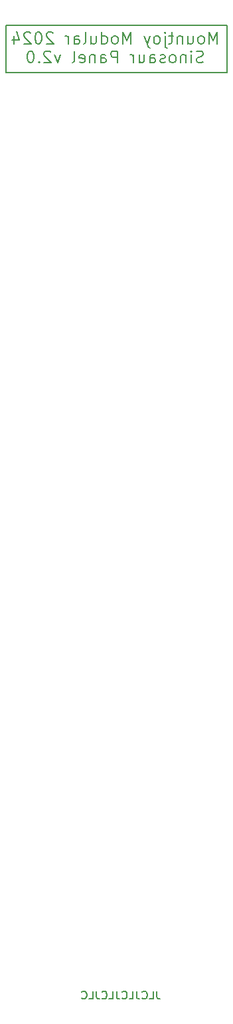
<source format=gbr>
%TF.GenerationSoftware,KiCad,Pcbnew,8.0.5*%
%TF.CreationDate,2025-01-09T11:38:12+00:00*%
%TF.ProjectId,Spectralist_Panel,53706563-7472-4616-9c69-73745f50616e,rev?*%
%TF.SameCoordinates,Original*%
%TF.FileFunction,Legend,Bot*%
%TF.FilePolarity,Positive*%
%FSLAX46Y46*%
G04 Gerber Fmt 4.6, Leading zero omitted, Abs format (unit mm)*
G04 Created by KiCad (PCBNEW 8.0.5) date 2025-01-09 11:38:12*
%MOMM*%
%LPD*%
G01*
G04 APERTURE LIST*
%ADD10C,0.150000*%
%ADD11C,0.200000*%
G04 APERTURE END LIST*
D10*
X115900000Y-41600000D02*
X144100000Y-41600000D01*
X144100000Y-47600000D01*
X115900000Y-47600000D01*
X115900000Y-41600000D01*
X135119048Y-164454819D02*
X135119048Y-165169104D01*
X135119048Y-165169104D02*
X135166667Y-165311961D01*
X135166667Y-165311961D02*
X135261905Y-165407200D01*
X135261905Y-165407200D02*
X135404762Y-165454819D01*
X135404762Y-165454819D02*
X135500000Y-165454819D01*
X134166667Y-165454819D02*
X134642857Y-165454819D01*
X134642857Y-165454819D02*
X134642857Y-164454819D01*
X133261905Y-165359580D02*
X133309524Y-165407200D01*
X133309524Y-165407200D02*
X133452381Y-165454819D01*
X133452381Y-165454819D02*
X133547619Y-165454819D01*
X133547619Y-165454819D02*
X133690476Y-165407200D01*
X133690476Y-165407200D02*
X133785714Y-165311961D01*
X133785714Y-165311961D02*
X133833333Y-165216723D01*
X133833333Y-165216723D02*
X133880952Y-165026247D01*
X133880952Y-165026247D02*
X133880952Y-164883390D01*
X133880952Y-164883390D02*
X133833333Y-164692914D01*
X133833333Y-164692914D02*
X133785714Y-164597676D01*
X133785714Y-164597676D02*
X133690476Y-164502438D01*
X133690476Y-164502438D02*
X133547619Y-164454819D01*
X133547619Y-164454819D02*
X133452381Y-164454819D01*
X133452381Y-164454819D02*
X133309524Y-164502438D01*
X133309524Y-164502438D02*
X133261905Y-164550057D01*
X132547619Y-164454819D02*
X132547619Y-165169104D01*
X132547619Y-165169104D02*
X132595238Y-165311961D01*
X132595238Y-165311961D02*
X132690476Y-165407200D01*
X132690476Y-165407200D02*
X132833333Y-165454819D01*
X132833333Y-165454819D02*
X132928571Y-165454819D01*
X131595238Y-165454819D02*
X132071428Y-165454819D01*
X132071428Y-165454819D02*
X132071428Y-164454819D01*
X130690476Y-165359580D02*
X130738095Y-165407200D01*
X130738095Y-165407200D02*
X130880952Y-165454819D01*
X130880952Y-165454819D02*
X130976190Y-165454819D01*
X130976190Y-165454819D02*
X131119047Y-165407200D01*
X131119047Y-165407200D02*
X131214285Y-165311961D01*
X131214285Y-165311961D02*
X131261904Y-165216723D01*
X131261904Y-165216723D02*
X131309523Y-165026247D01*
X131309523Y-165026247D02*
X131309523Y-164883390D01*
X131309523Y-164883390D02*
X131261904Y-164692914D01*
X131261904Y-164692914D02*
X131214285Y-164597676D01*
X131214285Y-164597676D02*
X131119047Y-164502438D01*
X131119047Y-164502438D02*
X130976190Y-164454819D01*
X130976190Y-164454819D02*
X130880952Y-164454819D01*
X130880952Y-164454819D02*
X130738095Y-164502438D01*
X130738095Y-164502438D02*
X130690476Y-164550057D01*
X129976190Y-164454819D02*
X129976190Y-165169104D01*
X129976190Y-165169104D02*
X130023809Y-165311961D01*
X130023809Y-165311961D02*
X130119047Y-165407200D01*
X130119047Y-165407200D02*
X130261904Y-165454819D01*
X130261904Y-165454819D02*
X130357142Y-165454819D01*
X129023809Y-165454819D02*
X129499999Y-165454819D01*
X129499999Y-165454819D02*
X129499999Y-164454819D01*
X128119047Y-165359580D02*
X128166666Y-165407200D01*
X128166666Y-165407200D02*
X128309523Y-165454819D01*
X128309523Y-165454819D02*
X128404761Y-165454819D01*
X128404761Y-165454819D02*
X128547618Y-165407200D01*
X128547618Y-165407200D02*
X128642856Y-165311961D01*
X128642856Y-165311961D02*
X128690475Y-165216723D01*
X128690475Y-165216723D02*
X128738094Y-165026247D01*
X128738094Y-165026247D02*
X128738094Y-164883390D01*
X128738094Y-164883390D02*
X128690475Y-164692914D01*
X128690475Y-164692914D02*
X128642856Y-164597676D01*
X128642856Y-164597676D02*
X128547618Y-164502438D01*
X128547618Y-164502438D02*
X128404761Y-164454819D01*
X128404761Y-164454819D02*
X128309523Y-164454819D01*
X128309523Y-164454819D02*
X128166666Y-164502438D01*
X128166666Y-164502438D02*
X128119047Y-164550057D01*
X127404761Y-164454819D02*
X127404761Y-165169104D01*
X127404761Y-165169104D02*
X127452380Y-165311961D01*
X127452380Y-165311961D02*
X127547618Y-165407200D01*
X127547618Y-165407200D02*
X127690475Y-165454819D01*
X127690475Y-165454819D02*
X127785713Y-165454819D01*
X126452380Y-165454819D02*
X126928570Y-165454819D01*
X126928570Y-165454819D02*
X126928570Y-164454819D01*
X125547618Y-165359580D02*
X125595237Y-165407200D01*
X125595237Y-165407200D02*
X125738094Y-165454819D01*
X125738094Y-165454819D02*
X125833332Y-165454819D01*
X125833332Y-165454819D02*
X125976189Y-165407200D01*
X125976189Y-165407200D02*
X126071427Y-165311961D01*
X126071427Y-165311961D02*
X126119046Y-165216723D01*
X126119046Y-165216723D02*
X126166665Y-165026247D01*
X126166665Y-165026247D02*
X126166665Y-164883390D01*
X126166665Y-164883390D02*
X126119046Y-164692914D01*
X126119046Y-164692914D02*
X126071427Y-164597676D01*
X126071427Y-164597676D02*
X125976189Y-164502438D01*
X125976189Y-164502438D02*
X125833332Y-164454819D01*
X125833332Y-164454819D02*
X125738094Y-164454819D01*
X125738094Y-164454819D02*
X125595237Y-164502438D01*
X125595237Y-164502438D02*
X125547618Y-164550057D01*
D11*
X142799999Y-43976070D02*
X142799999Y-42476070D01*
X142799999Y-42476070D02*
X142299999Y-43547499D01*
X142299999Y-43547499D02*
X141799999Y-42476070D01*
X141799999Y-42476070D02*
X141799999Y-43976070D01*
X140871427Y-43976070D02*
X141014284Y-43904642D01*
X141014284Y-43904642D02*
X141085713Y-43833213D01*
X141085713Y-43833213D02*
X141157141Y-43690356D01*
X141157141Y-43690356D02*
X141157141Y-43261784D01*
X141157141Y-43261784D02*
X141085713Y-43118927D01*
X141085713Y-43118927D02*
X141014284Y-43047499D01*
X141014284Y-43047499D02*
X140871427Y-42976070D01*
X140871427Y-42976070D02*
X140657141Y-42976070D01*
X140657141Y-42976070D02*
X140514284Y-43047499D01*
X140514284Y-43047499D02*
X140442856Y-43118927D01*
X140442856Y-43118927D02*
X140371427Y-43261784D01*
X140371427Y-43261784D02*
X140371427Y-43690356D01*
X140371427Y-43690356D02*
X140442856Y-43833213D01*
X140442856Y-43833213D02*
X140514284Y-43904642D01*
X140514284Y-43904642D02*
X140657141Y-43976070D01*
X140657141Y-43976070D02*
X140871427Y-43976070D01*
X139085713Y-42976070D02*
X139085713Y-43976070D01*
X139728570Y-42976070D02*
X139728570Y-43761784D01*
X139728570Y-43761784D02*
X139657141Y-43904642D01*
X139657141Y-43904642D02*
X139514284Y-43976070D01*
X139514284Y-43976070D02*
X139299998Y-43976070D01*
X139299998Y-43976070D02*
X139157141Y-43904642D01*
X139157141Y-43904642D02*
X139085713Y-43833213D01*
X138371427Y-42976070D02*
X138371427Y-43976070D01*
X138371427Y-43118927D02*
X138299998Y-43047499D01*
X138299998Y-43047499D02*
X138157141Y-42976070D01*
X138157141Y-42976070D02*
X137942855Y-42976070D01*
X137942855Y-42976070D02*
X137799998Y-43047499D01*
X137799998Y-43047499D02*
X137728570Y-43190356D01*
X137728570Y-43190356D02*
X137728570Y-43976070D01*
X137228569Y-42976070D02*
X136657141Y-42976070D01*
X137014284Y-42476070D02*
X137014284Y-43761784D01*
X137014284Y-43761784D02*
X136942855Y-43904642D01*
X136942855Y-43904642D02*
X136799998Y-43976070D01*
X136799998Y-43976070D02*
X136657141Y-43976070D01*
X136157141Y-42976070D02*
X136157141Y-44261784D01*
X136157141Y-44261784D02*
X136228569Y-44404642D01*
X136228569Y-44404642D02*
X136371426Y-44476070D01*
X136371426Y-44476070D02*
X136442855Y-44476070D01*
X136157141Y-42476070D02*
X136228569Y-42547499D01*
X136228569Y-42547499D02*
X136157141Y-42618927D01*
X136157141Y-42618927D02*
X136085712Y-42547499D01*
X136085712Y-42547499D02*
X136157141Y-42476070D01*
X136157141Y-42476070D02*
X136157141Y-42618927D01*
X135228569Y-43976070D02*
X135371426Y-43904642D01*
X135371426Y-43904642D02*
X135442855Y-43833213D01*
X135442855Y-43833213D02*
X135514283Y-43690356D01*
X135514283Y-43690356D02*
X135514283Y-43261784D01*
X135514283Y-43261784D02*
X135442855Y-43118927D01*
X135442855Y-43118927D02*
X135371426Y-43047499D01*
X135371426Y-43047499D02*
X135228569Y-42976070D01*
X135228569Y-42976070D02*
X135014283Y-42976070D01*
X135014283Y-42976070D02*
X134871426Y-43047499D01*
X134871426Y-43047499D02*
X134799998Y-43118927D01*
X134799998Y-43118927D02*
X134728569Y-43261784D01*
X134728569Y-43261784D02*
X134728569Y-43690356D01*
X134728569Y-43690356D02*
X134799998Y-43833213D01*
X134799998Y-43833213D02*
X134871426Y-43904642D01*
X134871426Y-43904642D02*
X135014283Y-43976070D01*
X135014283Y-43976070D02*
X135228569Y-43976070D01*
X134228569Y-42976070D02*
X133871426Y-43976070D01*
X133514283Y-42976070D02*
X133871426Y-43976070D01*
X133871426Y-43976070D02*
X134014283Y-44333213D01*
X134014283Y-44333213D02*
X134085712Y-44404642D01*
X134085712Y-44404642D02*
X134228569Y-44476070D01*
X131799998Y-43976070D02*
X131799998Y-42476070D01*
X131799998Y-42476070D02*
X131299998Y-43547499D01*
X131299998Y-43547499D02*
X130799998Y-42476070D01*
X130799998Y-42476070D02*
X130799998Y-43976070D01*
X129871426Y-43976070D02*
X130014283Y-43904642D01*
X130014283Y-43904642D02*
X130085712Y-43833213D01*
X130085712Y-43833213D02*
X130157140Y-43690356D01*
X130157140Y-43690356D02*
X130157140Y-43261784D01*
X130157140Y-43261784D02*
X130085712Y-43118927D01*
X130085712Y-43118927D02*
X130014283Y-43047499D01*
X130014283Y-43047499D02*
X129871426Y-42976070D01*
X129871426Y-42976070D02*
X129657140Y-42976070D01*
X129657140Y-42976070D02*
X129514283Y-43047499D01*
X129514283Y-43047499D02*
X129442855Y-43118927D01*
X129442855Y-43118927D02*
X129371426Y-43261784D01*
X129371426Y-43261784D02*
X129371426Y-43690356D01*
X129371426Y-43690356D02*
X129442855Y-43833213D01*
X129442855Y-43833213D02*
X129514283Y-43904642D01*
X129514283Y-43904642D02*
X129657140Y-43976070D01*
X129657140Y-43976070D02*
X129871426Y-43976070D01*
X128085712Y-43976070D02*
X128085712Y-42476070D01*
X128085712Y-43904642D02*
X128228569Y-43976070D01*
X128228569Y-43976070D02*
X128514283Y-43976070D01*
X128514283Y-43976070D02*
X128657140Y-43904642D01*
X128657140Y-43904642D02*
X128728569Y-43833213D01*
X128728569Y-43833213D02*
X128799997Y-43690356D01*
X128799997Y-43690356D02*
X128799997Y-43261784D01*
X128799997Y-43261784D02*
X128728569Y-43118927D01*
X128728569Y-43118927D02*
X128657140Y-43047499D01*
X128657140Y-43047499D02*
X128514283Y-42976070D01*
X128514283Y-42976070D02*
X128228569Y-42976070D01*
X128228569Y-42976070D02*
X128085712Y-43047499D01*
X126728569Y-42976070D02*
X126728569Y-43976070D01*
X127371426Y-42976070D02*
X127371426Y-43761784D01*
X127371426Y-43761784D02*
X127299997Y-43904642D01*
X127299997Y-43904642D02*
X127157140Y-43976070D01*
X127157140Y-43976070D02*
X126942854Y-43976070D01*
X126942854Y-43976070D02*
X126799997Y-43904642D01*
X126799997Y-43904642D02*
X126728569Y-43833213D01*
X125799997Y-43976070D02*
X125942854Y-43904642D01*
X125942854Y-43904642D02*
X126014283Y-43761784D01*
X126014283Y-43761784D02*
X126014283Y-42476070D01*
X124585712Y-43976070D02*
X124585712Y-43190356D01*
X124585712Y-43190356D02*
X124657140Y-43047499D01*
X124657140Y-43047499D02*
X124799997Y-42976070D01*
X124799997Y-42976070D02*
X125085712Y-42976070D01*
X125085712Y-42976070D02*
X125228569Y-43047499D01*
X124585712Y-43904642D02*
X124728569Y-43976070D01*
X124728569Y-43976070D02*
X125085712Y-43976070D01*
X125085712Y-43976070D02*
X125228569Y-43904642D01*
X125228569Y-43904642D02*
X125299997Y-43761784D01*
X125299997Y-43761784D02*
X125299997Y-43618927D01*
X125299997Y-43618927D02*
X125228569Y-43476070D01*
X125228569Y-43476070D02*
X125085712Y-43404642D01*
X125085712Y-43404642D02*
X124728569Y-43404642D01*
X124728569Y-43404642D02*
X124585712Y-43333213D01*
X123871426Y-43976070D02*
X123871426Y-42976070D01*
X123871426Y-43261784D02*
X123799997Y-43118927D01*
X123799997Y-43118927D02*
X123728569Y-43047499D01*
X123728569Y-43047499D02*
X123585711Y-42976070D01*
X123585711Y-42976070D02*
X123442854Y-42976070D01*
X121871426Y-42618927D02*
X121799998Y-42547499D01*
X121799998Y-42547499D02*
X121657141Y-42476070D01*
X121657141Y-42476070D02*
X121299998Y-42476070D01*
X121299998Y-42476070D02*
X121157141Y-42547499D01*
X121157141Y-42547499D02*
X121085712Y-42618927D01*
X121085712Y-42618927D02*
X121014283Y-42761784D01*
X121014283Y-42761784D02*
X121014283Y-42904642D01*
X121014283Y-42904642D02*
X121085712Y-43118927D01*
X121085712Y-43118927D02*
X121942855Y-43976070D01*
X121942855Y-43976070D02*
X121014283Y-43976070D01*
X120085712Y-42476070D02*
X119942855Y-42476070D01*
X119942855Y-42476070D02*
X119799998Y-42547499D01*
X119799998Y-42547499D02*
X119728570Y-42618927D01*
X119728570Y-42618927D02*
X119657141Y-42761784D01*
X119657141Y-42761784D02*
X119585712Y-43047499D01*
X119585712Y-43047499D02*
X119585712Y-43404642D01*
X119585712Y-43404642D02*
X119657141Y-43690356D01*
X119657141Y-43690356D02*
X119728570Y-43833213D01*
X119728570Y-43833213D02*
X119799998Y-43904642D01*
X119799998Y-43904642D02*
X119942855Y-43976070D01*
X119942855Y-43976070D02*
X120085712Y-43976070D01*
X120085712Y-43976070D02*
X120228570Y-43904642D01*
X120228570Y-43904642D02*
X120299998Y-43833213D01*
X120299998Y-43833213D02*
X120371427Y-43690356D01*
X120371427Y-43690356D02*
X120442855Y-43404642D01*
X120442855Y-43404642D02*
X120442855Y-43047499D01*
X120442855Y-43047499D02*
X120371427Y-42761784D01*
X120371427Y-42761784D02*
X120299998Y-42618927D01*
X120299998Y-42618927D02*
X120228570Y-42547499D01*
X120228570Y-42547499D02*
X120085712Y-42476070D01*
X119014284Y-42618927D02*
X118942856Y-42547499D01*
X118942856Y-42547499D02*
X118799999Y-42476070D01*
X118799999Y-42476070D02*
X118442856Y-42476070D01*
X118442856Y-42476070D02*
X118299999Y-42547499D01*
X118299999Y-42547499D02*
X118228570Y-42618927D01*
X118228570Y-42618927D02*
X118157141Y-42761784D01*
X118157141Y-42761784D02*
X118157141Y-42904642D01*
X118157141Y-42904642D02*
X118228570Y-43118927D01*
X118228570Y-43118927D02*
X119085713Y-43976070D01*
X119085713Y-43976070D02*
X118157141Y-43976070D01*
X116871428Y-42976070D02*
X116871428Y-43976070D01*
X117228570Y-42404642D02*
X117585713Y-43476070D01*
X117585713Y-43476070D02*
X116657142Y-43476070D01*
X141014284Y-46319558D02*
X140799999Y-46390986D01*
X140799999Y-46390986D02*
X140442856Y-46390986D01*
X140442856Y-46390986D02*
X140299999Y-46319558D01*
X140299999Y-46319558D02*
X140228570Y-46248129D01*
X140228570Y-46248129D02*
X140157141Y-46105272D01*
X140157141Y-46105272D02*
X140157141Y-45962415D01*
X140157141Y-45962415D02*
X140228570Y-45819558D01*
X140228570Y-45819558D02*
X140299999Y-45748129D01*
X140299999Y-45748129D02*
X140442856Y-45676700D01*
X140442856Y-45676700D02*
X140728570Y-45605272D01*
X140728570Y-45605272D02*
X140871427Y-45533843D01*
X140871427Y-45533843D02*
X140942856Y-45462415D01*
X140942856Y-45462415D02*
X141014284Y-45319558D01*
X141014284Y-45319558D02*
X141014284Y-45176700D01*
X141014284Y-45176700D02*
X140942856Y-45033843D01*
X140942856Y-45033843D02*
X140871427Y-44962415D01*
X140871427Y-44962415D02*
X140728570Y-44890986D01*
X140728570Y-44890986D02*
X140371427Y-44890986D01*
X140371427Y-44890986D02*
X140157141Y-44962415D01*
X139514285Y-46390986D02*
X139514285Y-45390986D01*
X139514285Y-44890986D02*
X139585713Y-44962415D01*
X139585713Y-44962415D02*
X139514285Y-45033843D01*
X139514285Y-45033843D02*
X139442856Y-44962415D01*
X139442856Y-44962415D02*
X139514285Y-44890986D01*
X139514285Y-44890986D02*
X139514285Y-45033843D01*
X138799999Y-45390986D02*
X138799999Y-46390986D01*
X138799999Y-45533843D02*
X138728570Y-45462415D01*
X138728570Y-45462415D02*
X138585713Y-45390986D01*
X138585713Y-45390986D02*
X138371427Y-45390986D01*
X138371427Y-45390986D02*
X138228570Y-45462415D01*
X138228570Y-45462415D02*
X138157142Y-45605272D01*
X138157142Y-45605272D02*
X138157142Y-46390986D01*
X137228570Y-46390986D02*
X137371427Y-46319558D01*
X137371427Y-46319558D02*
X137442856Y-46248129D01*
X137442856Y-46248129D02*
X137514284Y-46105272D01*
X137514284Y-46105272D02*
X137514284Y-45676700D01*
X137514284Y-45676700D02*
X137442856Y-45533843D01*
X137442856Y-45533843D02*
X137371427Y-45462415D01*
X137371427Y-45462415D02*
X137228570Y-45390986D01*
X137228570Y-45390986D02*
X137014284Y-45390986D01*
X137014284Y-45390986D02*
X136871427Y-45462415D01*
X136871427Y-45462415D02*
X136799999Y-45533843D01*
X136799999Y-45533843D02*
X136728570Y-45676700D01*
X136728570Y-45676700D02*
X136728570Y-46105272D01*
X136728570Y-46105272D02*
X136799999Y-46248129D01*
X136799999Y-46248129D02*
X136871427Y-46319558D01*
X136871427Y-46319558D02*
X137014284Y-46390986D01*
X137014284Y-46390986D02*
X137228570Y-46390986D01*
X136157141Y-46319558D02*
X136014284Y-46390986D01*
X136014284Y-46390986D02*
X135728570Y-46390986D01*
X135728570Y-46390986D02*
X135585713Y-46319558D01*
X135585713Y-46319558D02*
X135514284Y-46176700D01*
X135514284Y-46176700D02*
X135514284Y-46105272D01*
X135514284Y-46105272D02*
X135585713Y-45962415D01*
X135585713Y-45962415D02*
X135728570Y-45890986D01*
X135728570Y-45890986D02*
X135942856Y-45890986D01*
X135942856Y-45890986D02*
X136085713Y-45819558D01*
X136085713Y-45819558D02*
X136157141Y-45676700D01*
X136157141Y-45676700D02*
X136157141Y-45605272D01*
X136157141Y-45605272D02*
X136085713Y-45462415D01*
X136085713Y-45462415D02*
X135942856Y-45390986D01*
X135942856Y-45390986D02*
X135728570Y-45390986D01*
X135728570Y-45390986D02*
X135585713Y-45462415D01*
X134228570Y-46390986D02*
X134228570Y-45605272D01*
X134228570Y-45605272D02*
X134299998Y-45462415D01*
X134299998Y-45462415D02*
X134442855Y-45390986D01*
X134442855Y-45390986D02*
X134728570Y-45390986D01*
X134728570Y-45390986D02*
X134871427Y-45462415D01*
X134228570Y-46319558D02*
X134371427Y-46390986D01*
X134371427Y-46390986D02*
X134728570Y-46390986D01*
X134728570Y-46390986D02*
X134871427Y-46319558D01*
X134871427Y-46319558D02*
X134942855Y-46176700D01*
X134942855Y-46176700D02*
X134942855Y-46033843D01*
X134942855Y-46033843D02*
X134871427Y-45890986D01*
X134871427Y-45890986D02*
X134728570Y-45819558D01*
X134728570Y-45819558D02*
X134371427Y-45819558D01*
X134371427Y-45819558D02*
X134228570Y-45748129D01*
X132871427Y-45390986D02*
X132871427Y-46390986D01*
X133514284Y-45390986D02*
X133514284Y-46176700D01*
X133514284Y-46176700D02*
X133442855Y-46319558D01*
X133442855Y-46319558D02*
X133299998Y-46390986D01*
X133299998Y-46390986D02*
X133085712Y-46390986D01*
X133085712Y-46390986D02*
X132942855Y-46319558D01*
X132942855Y-46319558D02*
X132871427Y-46248129D01*
X132157141Y-46390986D02*
X132157141Y-45390986D01*
X132157141Y-45676700D02*
X132085712Y-45533843D01*
X132085712Y-45533843D02*
X132014284Y-45462415D01*
X132014284Y-45462415D02*
X131871426Y-45390986D01*
X131871426Y-45390986D02*
X131728569Y-45390986D01*
X130085713Y-46390986D02*
X130085713Y-44890986D01*
X130085713Y-44890986D02*
X129514284Y-44890986D01*
X129514284Y-44890986D02*
X129371427Y-44962415D01*
X129371427Y-44962415D02*
X129299998Y-45033843D01*
X129299998Y-45033843D02*
X129228570Y-45176700D01*
X129228570Y-45176700D02*
X129228570Y-45390986D01*
X129228570Y-45390986D02*
X129299998Y-45533843D01*
X129299998Y-45533843D02*
X129371427Y-45605272D01*
X129371427Y-45605272D02*
X129514284Y-45676700D01*
X129514284Y-45676700D02*
X130085713Y-45676700D01*
X127942856Y-46390986D02*
X127942856Y-45605272D01*
X127942856Y-45605272D02*
X128014284Y-45462415D01*
X128014284Y-45462415D02*
X128157141Y-45390986D01*
X128157141Y-45390986D02*
X128442856Y-45390986D01*
X128442856Y-45390986D02*
X128585713Y-45462415D01*
X127942856Y-46319558D02*
X128085713Y-46390986D01*
X128085713Y-46390986D02*
X128442856Y-46390986D01*
X128442856Y-46390986D02*
X128585713Y-46319558D01*
X128585713Y-46319558D02*
X128657141Y-46176700D01*
X128657141Y-46176700D02*
X128657141Y-46033843D01*
X128657141Y-46033843D02*
X128585713Y-45890986D01*
X128585713Y-45890986D02*
X128442856Y-45819558D01*
X128442856Y-45819558D02*
X128085713Y-45819558D01*
X128085713Y-45819558D02*
X127942856Y-45748129D01*
X127228570Y-45390986D02*
X127228570Y-46390986D01*
X127228570Y-45533843D02*
X127157141Y-45462415D01*
X127157141Y-45462415D02*
X127014284Y-45390986D01*
X127014284Y-45390986D02*
X126799998Y-45390986D01*
X126799998Y-45390986D02*
X126657141Y-45462415D01*
X126657141Y-45462415D02*
X126585713Y-45605272D01*
X126585713Y-45605272D02*
X126585713Y-46390986D01*
X125299998Y-46319558D02*
X125442855Y-46390986D01*
X125442855Y-46390986D02*
X125728570Y-46390986D01*
X125728570Y-46390986D02*
X125871427Y-46319558D01*
X125871427Y-46319558D02*
X125942855Y-46176700D01*
X125942855Y-46176700D02*
X125942855Y-45605272D01*
X125942855Y-45605272D02*
X125871427Y-45462415D01*
X125871427Y-45462415D02*
X125728570Y-45390986D01*
X125728570Y-45390986D02*
X125442855Y-45390986D01*
X125442855Y-45390986D02*
X125299998Y-45462415D01*
X125299998Y-45462415D02*
X125228570Y-45605272D01*
X125228570Y-45605272D02*
X125228570Y-45748129D01*
X125228570Y-45748129D02*
X125942855Y-45890986D01*
X124371427Y-46390986D02*
X124514284Y-46319558D01*
X124514284Y-46319558D02*
X124585713Y-46176700D01*
X124585713Y-46176700D02*
X124585713Y-44890986D01*
X122799999Y-45390986D02*
X122442856Y-46390986D01*
X122442856Y-46390986D02*
X122085713Y-45390986D01*
X121585713Y-45033843D02*
X121514285Y-44962415D01*
X121514285Y-44962415D02*
X121371428Y-44890986D01*
X121371428Y-44890986D02*
X121014285Y-44890986D01*
X121014285Y-44890986D02*
X120871428Y-44962415D01*
X120871428Y-44962415D02*
X120799999Y-45033843D01*
X120799999Y-45033843D02*
X120728570Y-45176700D01*
X120728570Y-45176700D02*
X120728570Y-45319558D01*
X120728570Y-45319558D02*
X120799999Y-45533843D01*
X120799999Y-45533843D02*
X121657142Y-46390986D01*
X121657142Y-46390986D02*
X120728570Y-46390986D01*
X120085714Y-46248129D02*
X120014285Y-46319558D01*
X120014285Y-46319558D02*
X120085714Y-46390986D01*
X120085714Y-46390986D02*
X120157142Y-46319558D01*
X120157142Y-46319558D02*
X120085714Y-46248129D01*
X120085714Y-46248129D02*
X120085714Y-46390986D01*
X119085713Y-44890986D02*
X118942856Y-44890986D01*
X118942856Y-44890986D02*
X118799999Y-44962415D01*
X118799999Y-44962415D02*
X118728571Y-45033843D01*
X118728571Y-45033843D02*
X118657142Y-45176700D01*
X118657142Y-45176700D02*
X118585713Y-45462415D01*
X118585713Y-45462415D02*
X118585713Y-45819558D01*
X118585713Y-45819558D02*
X118657142Y-46105272D01*
X118657142Y-46105272D02*
X118728571Y-46248129D01*
X118728571Y-46248129D02*
X118799999Y-46319558D01*
X118799999Y-46319558D02*
X118942856Y-46390986D01*
X118942856Y-46390986D02*
X119085713Y-46390986D01*
X119085713Y-46390986D02*
X119228571Y-46319558D01*
X119228571Y-46319558D02*
X119299999Y-46248129D01*
X119299999Y-46248129D02*
X119371428Y-46105272D01*
X119371428Y-46105272D02*
X119442856Y-45819558D01*
X119442856Y-45819558D02*
X119442856Y-45462415D01*
X119442856Y-45462415D02*
X119371428Y-45176700D01*
X119371428Y-45176700D02*
X119299999Y-45033843D01*
X119299999Y-45033843D02*
X119228571Y-44962415D01*
X119228571Y-44962415D02*
X119085713Y-44890986D01*
M02*

</source>
